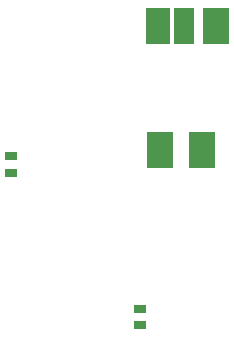
<source format=gbp>
G04*
G04 #@! TF.GenerationSoftware,Altium Limited,Altium Designer,22.9.1 (49)*
G04*
G04 Layer_Color=128*
%FSLAX25Y25*%
%MOIN*%
G70*
G04*
G04 #@! TF.SameCoordinates,58640E65-FB78-4378-B78F-6D08F657F38D*
G04*
G04*
G04 #@! TF.FilePolarity,Positive*
G04*
G01*
G75*
%ADD21R,0.03858X0.03071*%
%ADD94R,0.08819X0.11890*%
%ADD95R,0.07913X0.11890*%
%ADD96R,0.06693X0.11890*%
D21*
X357480Y95669D02*
D03*
Y90158D02*
D03*
X314567Y140945D02*
D03*
Y146457D02*
D03*
D94*
X382716Y189941D02*
D03*
X377992Y148642D02*
D03*
X364213D02*
D03*
D95*
X363287Y189941D02*
D03*
D96*
X372008D02*
D03*
M02*

</source>
